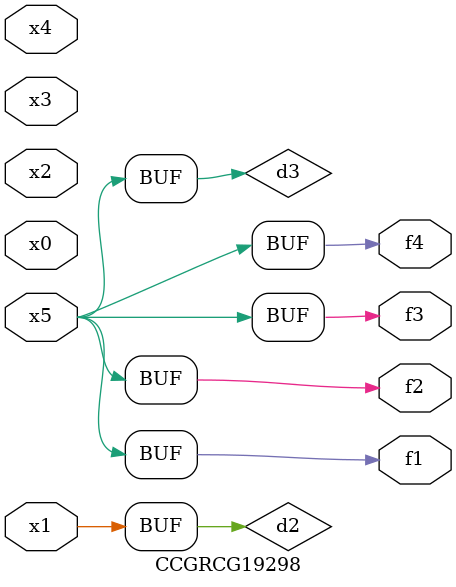
<source format=v>
module CCGRCG19298(
	input x0, x1, x2, x3, x4, x5,
	output f1, f2, f3, f4
);

	wire d1, d2, d3;

	not (d1, x5);
	or (d2, x1);
	xnor (d3, d1);
	assign f1 = d3;
	assign f2 = d3;
	assign f3 = d3;
	assign f4 = d3;
endmodule

</source>
